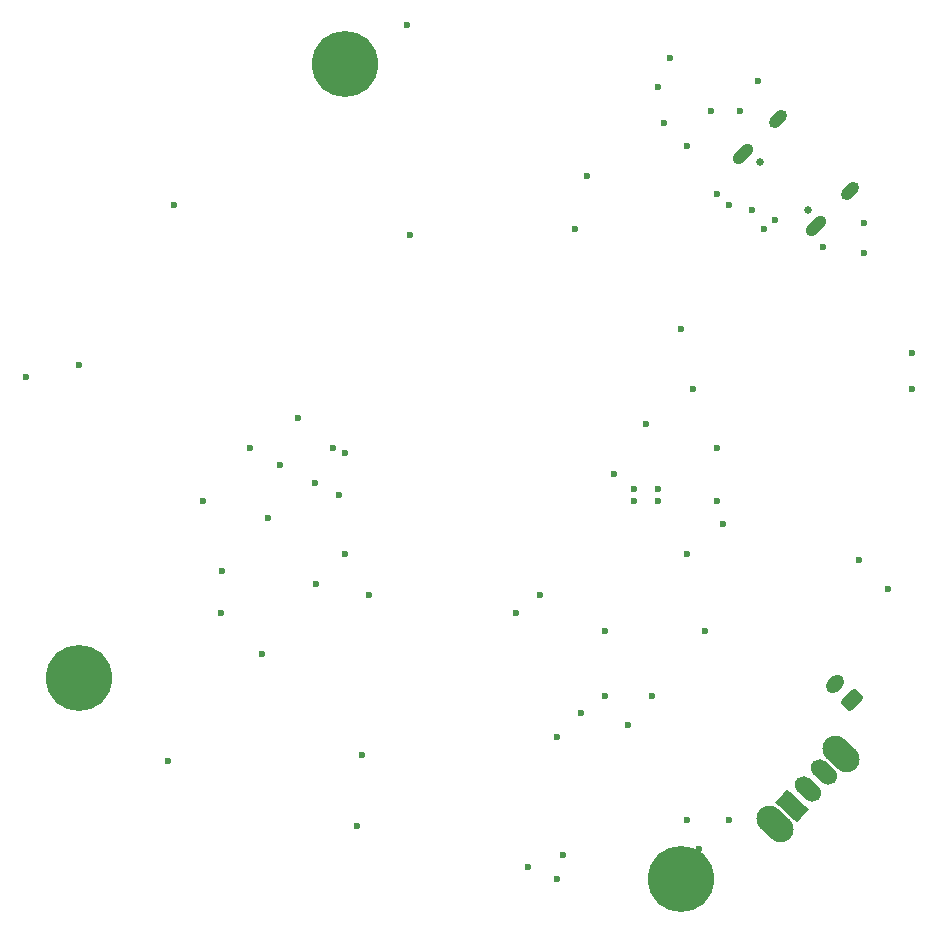
<source format=gbs>
G04 #@! TF.GenerationSoftware,KiCad,Pcbnew,9.0.0*
G04 #@! TF.CreationDate,2025-03-23T20:11:35+01:00*
G04 #@! TF.ProjectId,PCB Board,50434220-426f-4617-9264-2e6b69636164,rev?*
G04 #@! TF.SameCoordinates,Original*
G04 #@! TF.FileFunction,Soldermask,Bot*
G04 #@! TF.FilePolarity,Negative*
%FSLAX46Y46*%
G04 Gerber Fmt 4.6, Leading zero omitted, Abs format (unit mm)*
G04 Created by KiCad (PCBNEW 9.0.0) date 2025-03-23 20:11:35*
%MOMM*%
%LPD*%
G01*
G04 APERTURE LIST*
G04 Aperture macros list*
%AMRoundRect*
0 Rectangle with rounded corners*
0 $1 Rounding radius*
0 $2 $3 $4 $5 $6 $7 $8 $9 X,Y pos of 4 corners*
0 Add a 4 corners polygon primitive as box body*
4,1,4,$2,$3,$4,$5,$6,$7,$8,$9,$2,$3,0*
0 Add four circle primitives for the rounded corners*
1,1,$1+$1,$2,$3*
1,1,$1+$1,$4,$5*
1,1,$1+$1,$6,$7*
1,1,$1+$1,$8,$9*
0 Add four rect primitives between the rounded corners*
20,1,$1+$1,$2,$3,$4,$5,0*
20,1,$1+$1,$4,$5,$6,$7,0*
20,1,$1+$1,$6,$7,$8,$9,0*
20,1,$1+$1,$8,$9,$2,$3,0*%
%AMHorizOval*
0 Thick line with rounded ends*
0 $1 width*
0 $2 $3 position (X,Y) of the first rounded end (center of the circle)*
0 $4 $5 position (X,Y) of the second rounded end (center of the circle)*
0 Add line between two ends*
20,1,$1,$2,$3,$4,$5,0*
0 Add two circle primitives to create the rounded ends*
1,1,$1,$2,$3*
1,1,$1,$4,$5*%
%AMRotRect*
0 Rectangle, with rotation*
0 The origin of the aperture is its center*
0 $1 length*
0 $2 width*
0 $3 Rotation angle, in degrees counterclockwise*
0 Add horizontal line*
21,1,$1,$2,0,0,$3*%
G04 Aperture macros list end*
%ADD10C,3.600000*%
%ADD11C,5.600000*%
%ADD12RoundRect,0.250000X0.689429X0.194454X0.194454X0.689429X-0.689429X-0.194454X-0.194454X-0.689429X0*%
%ADD13HorizOval,1.200000X0.194454X0.194454X-0.194454X-0.194454X0*%
%ADD14HorizOval,2.200000X-0.475380X0.443299X0.475380X-0.443299X0*%
%ADD15RotRect,1.500000X2.500000X47.000000*%
%ADD16HorizOval,1.500000X-0.365677X0.340999X0.365677X-0.340999X0*%
%ADD17C,0.650000*%
%ADD18HorizOval,1.000000X0.388909X0.388909X-0.388909X-0.388909X0*%
%ADD19HorizOval,1.000000X0.282843X0.282843X-0.282843X-0.282843X0*%
%ADD20C,0.600000*%
G04 APERTURE END LIST*
D10*
X31100000Y-79900000D03*
D11*
X31100000Y-79900000D03*
D12*
X96514214Y-81814214D03*
D13*
X95100000Y-80400000D03*
D10*
X82100000Y-96900000D03*
D11*
X82100000Y-96900000D03*
D14*
X90037862Y-92305900D03*
X95630248Y-86308800D03*
D15*
X91470058Y-90770058D03*
D16*
X92834054Y-89307349D03*
X94198051Y-87844643D03*
D17*
X92801525Y-40285552D03*
X88714448Y-36198475D03*
D18*
X93459135Y-41650268D03*
D19*
X96414841Y-38694562D03*
D18*
X87349732Y-35540865D03*
D19*
X90305438Y-32585159D03*
D10*
X53600000Y-27900000D03*
D11*
X53600000Y-27900000D03*
D20*
X82100000Y-50400000D03*
X59100000Y-42400000D03*
X75600000Y-81400000D03*
X74100000Y-37400000D03*
X73100000Y-41900000D03*
X38600000Y-86900000D03*
X48100000Y-61900000D03*
X72100000Y-94900000D03*
X58850000Y-24650000D03*
X88600000Y-29400000D03*
X83600000Y-94400000D03*
X101600000Y-52400000D03*
X53600000Y-60900000D03*
X84600000Y-31900000D03*
X76432216Y-62623429D03*
X41600000Y-64900000D03*
X81100000Y-27400000D03*
X26600000Y-54400000D03*
X52600000Y-60400000D03*
X39100000Y-39900000D03*
X55643750Y-72856250D03*
X79100000Y-58400000D03*
X49600000Y-57900000D03*
X51130000Y-71940000D03*
X77600000Y-83900000D03*
X71600000Y-84900000D03*
X101600000Y-55400000D03*
X68100000Y-74400000D03*
X82600000Y-91900000D03*
X99600000Y-72400000D03*
X73600000Y-82900000D03*
X71600000Y-96900000D03*
X70100000Y-72900000D03*
X75600000Y-75900000D03*
X51100000Y-63400000D03*
X85600000Y-66900000D03*
X97600000Y-41400000D03*
X87100000Y-31900000D03*
X97600000Y-43900000D03*
X80100000Y-29900000D03*
X84100000Y-75900000D03*
X83100000Y-55400000D03*
X79600000Y-81400000D03*
X78100000Y-64900000D03*
X80100000Y-64900000D03*
X88100000Y-40300000D03*
X85100000Y-64900000D03*
X89100000Y-41900000D03*
X80100000Y-63900000D03*
X86100000Y-39900000D03*
X78100000Y-63900000D03*
X85100000Y-60400000D03*
X85100000Y-38900000D03*
X82600000Y-34900000D03*
X90002276Y-41100000D03*
X94100000Y-43400000D03*
X43216322Y-70822633D03*
X53100000Y-64400000D03*
X97100000Y-69900000D03*
X69100000Y-95900000D03*
X80600000Y-32900000D03*
X82600000Y-69400000D03*
X31100000Y-53400000D03*
X53600000Y-69400000D03*
X46600000Y-77900000D03*
X43100000Y-74400000D03*
X55100000Y-86400000D03*
X54600000Y-92400000D03*
X45600000Y-60400000D03*
X47100000Y-66400000D03*
X86100000Y-91900000D03*
M02*

</source>
